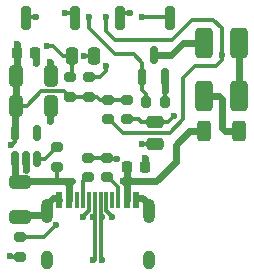
<source format=gtl>
G04 #@! TF.GenerationSoftware,KiCad,Pcbnew,(6.0.4)*
G04 #@! TF.CreationDate,2023-03-05T19:47:51+01:00*
G04 #@! TF.ProjectId,hair-02,68616972-2d30-4322-9e6b-696361645f70,rev?*
G04 #@! TF.SameCoordinates,Original*
G04 #@! TF.FileFunction,Copper,L1,Top*
G04 #@! TF.FilePolarity,Positive*
%FSLAX46Y46*%
G04 Gerber Fmt 4.6, Leading zero omitted, Abs format (unit mm)*
G04 Created by KiCad (PCBNEW (6.0.4)) date 2023-03-05 19:47:51*
%MOMM*%
%LPD*%
G01*
G04 APERTURE LIST*
G04 Aperture macros list*
%AMRoundRect*
0 Rectangle with rounded corners*
0 $1 Rounding radius*
0 $2 $3 $4 $5 $6 $7 $8 $9 X,Y pos of 4 corners*
0 Add a 4 corners polygon primitive as box body*
4,1,4,$2,$3,$4,$5,$6,$7,$8,$9,$2,$3,0*
0 Add four circle primitives for the rounded corners*
1,1,$1+$1,$2,$3*
1,1,$1+$1,$4,$5*
1,1,$1+$1,$6,$7*
1,1,$1+$1,$8,$9*
0 Add four rect primitives between the rounded corners*
20,1,$1+$1,$2,$3,$4,$5,0*
20,1,$1+$1,$4,$5,$6,$7,0*
20,1,$1+$1,$6,$7,$8,$9,0*
20,1,$1+$1,$8,$9,$2,$3,0*%
G04 Aperture macros list end*
G04 #@! TA.AperFunction,SMDPad,CuDef*
%ADD10RoundRect,0.250000X-0.325000X-0.650000X0.325000X-0.650000X0.325000X0.650000X-0.325000X0.650000X0*%
G04 #@! TD*
G04 #@! TA.AperFunction,SMDPad,CuDef*
%ADD11RoundRect,0.200000X-0.200000X-0.275000X0.200000X-0.275000X0.200000X0.275000X-0.200000X0.275000X0*%
G04 #@! TD*
G04 #@! TA.AperFunction,SMDPad,CuDef*
%ADD12RoundRect,0.200000X0.275000X-0.200000X0.275000X0.200000X-0.275000X0.200000X-0.275000X-0.200000X0*%
G04 #@! TD*
G04 #@! TA.AperFunction,SMDPad,CuDef*
%ADD13RoundRect,0.200000X-0.275000X0.200000X-0.275000X-0.200000X0.275000X-0.200000X0.275000X0.200000X0*%
G04 #@! TD*
G04 #@! TA.AperFunction,SMDPad,CuDef*
%ADD14RoundRect,0.225000X-0.225000X-0.250000X0.225000X-0.250000X0.225000X0.250000X-0.225000X0.250000X0*%
G04 #@! TD*
G04 #@! TA.AperFunction,SMDPad,CuDef*
%ADD15RoundRect,0.150000X0.150000X-0.587500X0.150000X0.587500X-0.150000X0.587500X-0.150000X-0.587500X0*%
G04 #@! TD*
G04 #@! TA.AperFunction,SMDPad,CuDef*
%ADD16RoundRect,0.200000X-0.200000X-0.800000X0.200000X-0.800000X0.200000X0.800000X-0.200000X0.800000X0*%
G04 #@! TD*
G04 #@! TA.AperFunction,SMDPad,CuDef*
%ADD17RoundRect,0.150000X0.150000X-0.512500X0.150000X0.512500X-0.150000X0.512500X-0.150000X-0.512500X0*%
G04 #@! TD*
G04 #@! TA.AperFunction,SMDPad,CuDef*
%ADD18RoundRect,0.375000X-0.375000X-0.925000X0.375000X-0.925000X0.375000X0.925000X-0.375000X0.925000X0*%
G04 #@! TD*
G04 #@! TA.AperFunction,SMDPad,CuDef*
%ADD19RoundRect,0.250000X-0.650000X0.325000X-0.650000X-0.325000X0.650000X-0.325000X0.650000X0.325000X0*%
G04 #@! TD*
G04 #@! TA.AperFunction,SMDPad,CuDef*
%ADD20RoundRect,0.250000X-0.312500X-0.625000X0.312500X-0.625000X0.312500X0.625000X-0.312500X0.625000X0*%
G04 #@! TD*
G04 #@! TA.AperFunction,SMDPad,CuDef*
%ADD21RoundRect,0.375000X0.375000X0.925000X-0.375000X0.925000X-0.375000X-0.925000X0.375000X-0.925000X0*%
G04 #@! TD*
G04 #@! TA.AperFunction,SMDPad,CuDef*
%ADD22RoundRect,0.250000X-0.250000X-0.475000X0.250000X-0.475000X0.250000X0.475000X-0.250000X0.475000X0*%
G04 #@! TD*
G04 #@! TA.AperFunction,SMDPad,CuDef*
%ADD23RoundRect,0.218750X-0.218750X-0.256250X0.218750X-0.256250X0.218750X0.256250X-0.218750X0.256250X0*%
G04 #@! TD*
G04 #@! TA.AperFunction,SMDPad,CuDef*
%ADD24R,0.600000X1.450000*%
G04 #@! TD*
G04 #@! TA.AperFunction,SMDPad,CuDef*
%ADD25R,0.300000X1.450000*%
G04 #@! TD*
G04 #@! TA.AperFunction,ComponentPad*
%ADD26O,1.000000X2.100000*%
G04 #@! TD*
G04 #@! TA.AperFunction,ComponentPad*
%ADD27O,1.000000X1.600000*%
G04 #@! TD*
G04 #@! TA.AperFunction,SMDPad,CuDef*
%ADD28RoundRect,0.250000X-0.475000X0.250000X-0.475000X-0.250000X0.475000X-0.250000X0.475000X0.250000X0*%
G04 #@! TD*
G04 #@! TA.AperFunction,SMDPad,CuDef*
%ADD29RoundRect,0.200000X0.200000X0.800000X-0.200000X0.800000X-0.200000X-0.800000X0.200000X-0.800000X0*%
G04 #@! TD*
G04 #@! TA.AperFunction,ViaPad*
%ADD30C,0.600000*%
G04 #@! TD*
G04 #@! TA.AperFunction,Conductor*
%ADD31C,0.300000*%
G04 #@! TD*
G04 #@! TA.AperFunction,Conductor*
%ADD32C,0.600000*%
G04 #@! TD*
G04 APERTURE END LIST*
D10*
X141575000Y-100350000D03*
X144525000Y-100350000D03*
D11*
X152575000Y-102500000D03*
X154225000Y-102500000D03*
D12*
X146200000Y-102075000D03*
X146200000Y-100425000D03*
D10*
X141575000Y-102850000D03*
X144525000Y-102850000D03*
D13*
X149400000Y-102325000D03*
X149400000Y-103975000D03*
D14*
X141675000Y-98400000D03*
X143225000Y-98400000D03*
D12*
X147800000Y-102075000D03*
X147800000Y-100425000D03*
X147700000Y-108875000D03*
X147700000Y-107225000D03*
D15*
X152300000Y-100437500D03*
X154200000Y-100437500D03*
X153250000Y-98562500D03*
D16*
X150400000Y-95450000D03*
X154600000Y-95450000D03*
D17*
X141500000Y-107387500D03*
X142450000Y-107387500D03*
X143400000Y-107387500D03*
X143400000Y-105112500D03*
X141500000Y-105112500D03*
D18*
X157500000Y-97500000D03*
X160500000Y-97500000D03*
D19*
X141900000Y-109325000D03*
X141900000Y-112275000D03*
D20*
X157537500Y-105000000D03*
X160462500Y-105000000D03*
D21*
X160500000Y-102000000D03*
X157500000Y-102000000D03*
D22*
X146300000Y-98650000D03*
X148200000Y-98650000D03*
D12*
X151000000Y-103975000D03*
X151000000Y-102325000D03*
D23*
X150962500Y-108050000D03*
X152537500Y-108050000D03*
D12*
X149300000Y-108875000D03*
X149300000Y-107225000D03*
D24*
X145250000Y-110805000D03*
X146050000Y-110805000D03*
D25*
X147250000Y-110805000D03*
X148250000Y-110805000D03*
X148750000Y-110805000D03*
X149750000Y-110805000D03*
D24*
X150950000Y-110805000D03*
X151750000Y-110805000D03*
X151750000Y-110805000D03*
X150950000Y-110805000D03*
D25*
X150250000Y-110805000D03*
X149250000Y-110805000D03*
X147750000Y-110805000D03*
X146750000Y-110805000D03*
D24*
X146050000Y-110805000D03*
X145250000Y-110805000D03*
D26*
X144180000Y-111720000D03*
D27*
X144180000Y-115900000D03*
D26*
X152820000Y-111720000D03*
D27*
X152820000Y-115900000D03*
D28*
X153400000Y-104200000D03*
X153400000Y-106100000D03*
D12*
X141900000Y-115625000D03*
X141900000Y-113975000D03*
D29*
X146600000Y-95450000D03*
X142400000Y-95450000D03*
D12*
X145100000Y-108025000D03*
X145100000Y-106375000D03*
D30*
X141700000Y-97600000D03*
X141050000Y-115600000D03*
X141200000Y-106200000D03*
X151250000Y-95000000D03*
X154200000Y-101600000D03*
X144500000Y-99100000D03*
X147350000Y-98650000D03*
X152550000Y-107250000D03*
X143250000Y-99200000D03*
X152300000Y-106100000D03*
X145750000Y-95000000D03*
X144500000Y-104100000D03*
X150150000Y-107350000D03*
X142450000Y-108250000D03*
X144250000Y-97800000D03*
X143250000Y-95300000D03*
X151250000Y-109200000D03*
X145750000Y-109200000D03*
X150650000Y-109200000D03*
X146350000Y-109200000D03*
X154950000Y-103750000D03*
X147300000Y-112300000D03*
X148900000Y-115900000D03*
X148900000Y-112300000D03*
X149700000Y-112300000D03*
X148100000Y-112300000D03*
X148100000Y-115900000D03*
X147750000Y-95300000D03*
X144950000Y-112950000D03*
X149250000Y-99500000D03*
X159000000Y-98550000D03*
X149250000Y-95300000D03*
X152250000Y-95300000D03*
D31*
X148475000Y-102075000D02*
X148725000Y-102325000D01*
X141075000Y-115625000D02*
X141050000Y-115600000D01*
X142500000Y-102850000D02*
X141575000Y-102850000D01*
D32*
X141500000Y-102925000D02*
X141575000Y-102850000D01*
D31*
X141900000Y-115625000D02*
X141075000Y-115625000D01*
D32*
X141700000Y-97600000D02*
X141700000Y-98375000D01*
D31*
X145650000Y-101600000D02*
X143750000Y-101600000D01*
X146200000Y-102075000D02*
X147800000Y-102075000D01*
X148725000Y-102325000D02*
X149400000Y-102325000D01*
D32*
X141700000Y-98375000D02*
X141675000Y-98400000D01*
D31*
X146200000Y-102075000D02*
X146125000Y-102075000D01*
X146125000Y-102075000D02*
X145650000Y-101600000D01*
X147800000Y-102075000D02*
X148475000Y-102075000D01*
X149400000Y-102325000D02*
X151000000Y-102325000D01*
D32*
X141500000Y-105112500D02*
X141500000Y-102925000D01*
D31*
X143750000Y-101600000D02*
X142500000Y-102850000D01*
D32*
X141575000Y-100350000D02*
X141575000Y-102850000D01*
D31*
X141500000Y-105900000D02*
X141500000Y-105112500D01*
D32*
X141675000Y-100250000D02*
X141575000Y-100350000D01*
D31*
X141200000Y-106200000D02*
X141500000Y-105900000D01*
D32*
X141675000Y-98400000D02*
X141675000Y-100250000D01*
D31*
X147350000Y-98650000D02*
X148200000Y-98650000D01*
D32*
X144700000Y-110650000D02*
X145095000Y-110650000D01*
X152550000Y-107250000D02*
X152550000Y-108037500D01*
X152550000Y-108037500D02*
X152537500Y-108050000D01*
X154200000Y-100437500D02*
X154200000Y-101600000D01*
X152820000Y-111170000D02*
X152300000Y-110650000D01*
X141900000Y-112275000D02*
X142225000Y-112275000D01*
X152300000Y-110650000D02*
X151905000Y-110650000D01*
X145095000Y-110650000D02*
X145250000Y-110805000D01*
X144180000Y-111170000D02*
X144700000Y-110650000D01*
D31*
X150650000Y-95000000D02*
X151250000Y-95000000D01*
X147700000Y-107225000D02*
X149300000Y-107225000D01*
D32*
X151905000Y-110650000D02*
X151750000Y-110805000D01*
X144500000Y-102875000D02*
X144525000Y-102850000D01*
X143250000Y-99200000D02*
X143250000Y-98425000D01*
X143850000Y-112050000D02*
X144180000Y-111720000D01*
D31*
X150400000Y-95450000D02*
X150400000Y-95250000D01*
D32*
X142450000Y-112050000D02*
X143850000Y-112050000D01*
D31*
X150150000Y-107350000D02*
X149425000Y-107350000D01*
D32*
X142225000Y-112275000D02*
X142450000Y-112050000D01*
D31*
X149425000Y-107350000D02*
X149300000Y-107225000D01*
X152300000Y-106100000D02*
X153400000Y-106100000D01*
X154225000Y-101625000D02*
X154200000Y-101600000D01*
D32*
X144500000Y-104100000D02*
X144500000Y-102875000D01*
X144500000Y-100325000D02*
X144525000Y-100350000D01*
D31*
X150400000Y-95250000D02*
X150650000Y-95000000D01*
D32*
X144180000Y-111720000D02*
X144180000Y-111170000D01*
X152820000Y-111720000D02*
X152820000Y-111170000D01*
D31*
X154225000Y-102500000D02*
X154225000Y-101625000D01*
D32*
X143250000Y-98425000D02*
X143225000Y-98400000D01*
D31*
X146600000Y-95250000D02*
X146350000Y-95000000D01*
X146600000Y-95450000D02*
X146600000Y-95250000D01*
X146350000Y-95000000D02*
X145750000Y-95000000D01*
D32*
X142450000Y-108250000D02*
X142450000Y-107387500D01*
X144500000Y-99100000D02*
X144500000Y-100325000D01*
D31*
X142400000Y-95450000D02*
X142550000Y-95300000D01*
X145550000Y-98650000D02*
X146300000Y-98650000D01*
X144250000Y-97800000D02*
X144700000Y-97800000D01*
X142550000Y-95300000D02*
X143250000Y-95300000D01*
X146300000Y-100325000D02*
X146200000Y-100425000D01*
X146300000Y-98650000D02*
X146300000Y-100325000D01*
X144700000Y-97800000D02*
X145550000Y-98650000D01*
D32*
X151250000Y-109200000D02*
X153475708Y-109200000D01*
X146050000Y-109500000D02*
X146050000Y-110805000D01*
X150962500Y-108912500D02*
X151250000Y-109200000D01*
X150650000Y-109200000D02*
X150950000Y-109500000D01*
X142025000Y-109200000D02*
X141900000Y-109325000D01*
X151250000Y-109200000D02*
X150950000Y-109500000D01*
X141500000Y-108925000D02*
X141900000Y-109325000D01*
X145750000Y-109200000D02*
X146050000Y-109500000D01*
X156250000Y-105000000D02*
X157537500Y-105000000D01*
X150950000Y-109500000D02*
X150950000Y-110805000D01*
X155100000Y-107575708D02*
X155100000Y-106150000D01*
X150962500Y-108887500D02*
X150650000Y-109200000D01*
X153475708Y-109200000D02*
X155100000Y-107575708D01*
X146350000Y-109200000D02*
X146050000Y-109500000D01*
X141500000Y-107387500D02*
X141500000Y-108925000D01*
X145750000Y-109200000D02*
X146350000Y-109200000D01*
D31*
X145100000Y-108025000D02*
X145100000Y-109200000D01*
D32*
X150962500Y-108050000D02*
X150962500Y-108912500D01*
X155100000Y-106150000D02*
X156250000Y-105000000D01*
X145750000Y-109200000D02*
X142025000Y-109200000D01*
X150962500Y-108050000D02*
X150962500Y-108887500D01*
X150650000Y-109200000D02*
X151250000Y-109200000D01*
D31*
X151975000Y-103975000D02*
X151000000Y-103975000D01*
X153400000Y-104200000D02*
X152200000Y-104200000D01*
X153400000Y-104200000D02*
X154500000Y-104200000D01*
X152200000Y-104200000D02*
X151975000Y-103975000D01*
X154500000Y-104200000D02*
X154950000Y-103750000D01*
D32*
X160500000Y-97500000D02*
X160500000Y-102000000D01*
X157500000Y-102000000D02*
X158750000Y-102000000D01*
X159000000Y-102250000D02*
X159000000Y-104750000D01*
X158750000Y-102000000D02*
X159000000Y-102250000D01*
X159250000Y-105000000D02*
X160462500Y-105000000D01*
X159000000Y-104750000D02*
X159250000Y-105000000D01*
D31*
X147750000Y-111731452D02*
X147300000Y-112181452D01*
X148900000Y-115900000D02*
X148750009Y-115900000D01*
X147300000Y-112181452D02*
X147300000Y-112300000D01*
X148750000Y-115899991D02*
X148750000Y-110805000D01*
X148750009Y-115900000D02*
X148750000Y-115899991D01*
X147750000Y-110805000D02*
X147750000Y-111731452D01*
X148250000Y-115899511D02*
X148250000Y-110805000D01*
X149250000Y-110805000D02*
X149250000Y-111731452D01*
X148250489Y-115900000D02*
X148250000Y-115899511D01*
X149700000Y-112181452D02*
X149700000Y-112300000D01*
X148100000Y-115900000D02*
X148250489Y-115900000D01*
X149250000Y-111731452D02*
X149700000Y-112181452D01*
X147250000Y-109250000D02*
X147250000Y-110805000D01*
X147700000Y-108875000D02*
X147625000Y-108875000D01*
X147625000Y-108875000D02*
X147250000Y-109250000D01*
X149300000Y-108875000D02*
X149375000Y-108875000D01*
X149375000Y-108875000D02*
X150250000Y-109750000D01*
X150250000Y-109750000D02*
X150250000Y-110805000D01*
X152575000Y-101825000D02*
X152575000Y-102500000D01*
X149950000Y-98500000D02*
X147750000Y-96300000D01*
X152300000Y-100437500D02*
X152300000Y-99250000D01*
X151550000Y-98500000D02*
X149950000Y-98500000D01*
X152300000Y-99250000D02*
X151550000Y-98500000D01*
X147750000Y-96300000D02*
X147750000Y-95300000D01*
X152300000Y-100437500D02*
X152300000Y-101550000D01*
X152300000Y-101550000D02*
X152575000Y-101825000D01*
D32*
X155750000Y-97500000D02*
X157500000Y-97500000D01*
X154687500Y-98562500D02*
X155750000Y-97500000D01*
X153250000Y-98562500D02*
X154687500Y-98562500D01*
D31*
X141900000Y-113975000D02*
X143925000Y-113975000D01*
X143925000Y-113975000D02*
X144950000Y-112950000D01*
X149250000Y-99500000D02*
X149250000Y-99900000D01*
X148725000Y-100425000D02*
X147800000Y-100425000D01*
X149250000Y-99900000D02*
X148725000Y-100425000D01*
X144012500Y-107387500D02*
X145025000Y-106375000D01*
X143400000Y-107387500D02*
X144012500Y-107387500D01*
X145025000Y-106375000D02*
X145100000Y-106375000D01*
X155750000Y-100950000D02*
X155750000Y-100500000D01*
X158500000Y-99500000D02*
X159000000Y-99000000D01*
X149475000Y-103975000D02*
X149850000Y-104350000D01*
X150650000Y-105150000D02*
X153500000Y-105150000D01*
X150000000Y-97250000D02*
X154800000Y-97250000D01*
X149250000Y-95300000D02*
X149250000Y-96500000D01*
X149250000Y-96500000D02*
X150000000Y-97250000D01*
X159000000Y-99000000D02*
X159000000Y-98550000D01*
X153500000Y-105150000D02*
X154600000Y-105150000D01*
X154800000Y-97250000D02*
X156500000Y-95550000D01*
X155750000Y-104000000D02*
X155750000Y-100950000D01*
X158250000Y-95550000D02*
X159000000Y-96300000D01*
X154600000Y-105150000D02*
X155750000Y-104000000D01*
X156500000Y-95550000D02*
X158250000Y-95550000D01*
X149400000Y-103975000D02*
X149475000Y-103975000D01*
X149850000Y-104350000D02*
X150650000Y-105150000D01*
X156750000Y-99500000D02*
X158500000Y-99500000D01*
X159000000Y-96300000D02*
X159000000Y-98550000D01*
X155750000Y-100500000D02*
X156750000Y-99500000D01*
X154450000Y-95300000D02*
X152250000Y-95300000D01*
X154600000Y-95450000D02*
X154450000Y-95300000D01*
M02*

</source>
